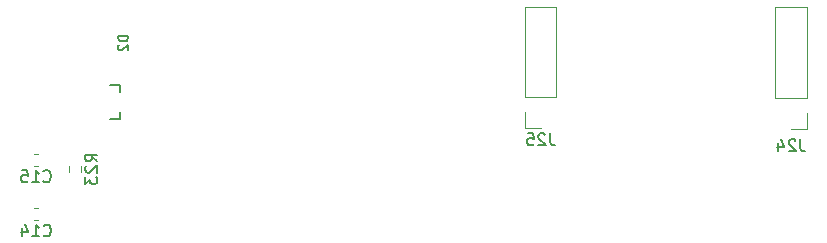
<source format=gbr>
%TF.GenerationSoftware,KiCad,Pcbnew,7.0.9*%
%TF.CreationDate,2023-12-08T00:16:34+01:00*%
%TF.ProjectId,SMPS_V1,534d5053-5f56-4312-9e6b-696361645f70,rev?*%
%TF.SameCoordinates,Original*%
%TF.FileFunction,Legend,Bot*%
%TF.FilePolarity,Positive*%
%FSLAX46Y46*%
G04 Gerber Fmt 4.6, Leading zero omitted, Abs format (unit mm)*
G04 Created by KiCad (PCBNEW 7.0.9) date 2023-12-08 00:16:34*
%MOMM*%
%LPD*%
G01*
G04 APERTURE LIST*
%ADD10C,0.150000*%
%ADD11C,0.120000*%
%ADD12C,0.152400*%
G04 APERTURE END LIST*
D10*
X164173723Y-94455619D02*
X164173723Y-95169904D01*
X164173723Y-95169904D02*
X164221342Y-95312761D01*
X164221342Y-95312761D02*
X164316580Y-95408000D01*
X164316580Y-95408000D02*
X164459437Y-95455619D01*
X164459437Y-95455619D02*
X164554675Y-95455619D01*
X163745151Y-94550857D02*
X163697532Y-94503238D01*
X163697532Y-94503238D02*
X163602294Y-94455619D01*
X163602294Y-94455619D02*
X163364199Y-94455619D01*
X163364199Y-94455619D02*
X163268961Y-94503238D01*
X163268961Y-94503238D02*
X163221342Y-94550857D01*
X163221342Y-94550857D02*
X163173723Y-94646095D01*
X163173723Y-94646095D02*
X163173723Y-94741333D01*
X163173723Y-94741333D02*
X163221342Y-94884190D01*
X163221342Y-94884190D02*
X163792770Y-95455619D01*
X163792770Y-95455619D02*
X163173723Y-95455619D01*
X162268961Y-94455619D02*
X162745151Y-94455619D01*
X162745151Y-94455619D02*
X162792770Y-94931809D01*
X162792770Y-94931809D02*
X162745151Y-94884190D01*
X162745151Y-94884190D02*
X162649913Y-94836571D01*
X162649913Y-94836571D02*
X162411818Y-94836571D01*
X162411818Y-94836571D02*
X162316580Y-94884190D01*
X162316580Y-94884190D02*
X162268961Y-94931809D01*
X162268961Y-94931809D02*
X162221342Y-95027047D01*
X162221342Y-95027047D02*
X162221342Y-95265142D01*
X162221342Y-95265142D02*
X162268961Y-95360380D01*
X162268961Y-95360380D02*
X162316580Y-95408000D01*
X162316580Y-95408000D02*
X162411818Y-95455619D01*
X162411818Y-95455619D02*
X162649913Y-95455619D01*
X162649913Y-95455619D02*
X162745151Y-95408000D01*
X162745151Y-95408000D02*
X162792770Y-95360380D01*
X185363523Y-94956419D02*
X185363523Y-95670704D01*
X185363523Y-95670704D02*
X185411142Y-95813561D01*
X185411142Y-95813561D02*
X185506380Y-95908800D01*
X185506380Y-95908800D02*
X185649237Y-95956419D01*
X185649237Y-95956419D02*
X185744475Y-95956419D01*
X184934951Y-95051657D02*
X184887332Y-95004038D01*
X184887332Y-95004038D02*
X184792094Y-94956419D01*
X184792094Y-94956419D02*
X184553999Y-94956419D01*
X184553999Y-94956419D02*
X184458761Y-95004038D01*
X184458761Y-95004038D02*
X184411142Y-95051657D01*
X184411142Y-95051657D02*
X184363523Y-95146895D01*
X184363523Y-95146895D02*
X184363523Y-95242133D01*
X184363523Y-95242133D02*
X184411142Y-95384990D01*
X184411142Y-95384990D02*
X184982570Y-95956419D01*
X184982570Y-95956419D02*
X184363523Y-95956419D01*
X183506380Y-95289752D02*
X183506380Y-95956419D01*
X183744475Y-94908800D02*
X183982570Y-95623085D01*
X183982570Y-95623085D02*
X183363523Y-95623085D01*
X121291857Y-103068580D02*
X121339476Y-103116200D01*
X121339476Y-103116200D02*
X121482333Y-103163819D01*
X121482333Y-103163819D02*
X121577571Y-103163819D01*
X121577571Y-103163819D02*
X121720428Y-103116200D01*
X121720428Y-103116200D02*
X121815666Y-103020961D01*
X121815666Y-103020961D02*
X121863285Y-102925723D01*
X121863285Y-102925723D02*
X121910904Y-102735247D01*
X121910904Y-102735247D02*
X121910904Y-102592390D01*
X121910904Y-102592390D02*
X121863285Y-102401914D01*
X121863285Y-102401914D02*
X121815666Y-102306676D01*
X121815666Y-102306676D02*
X121720428Y-102211438D01*
X121720428Y-102211438D02*
X121577571Y-102163819D01*
X121577571Y-102163819D02*
X121482333Y-102163819D01*
X121482333Y-102163819D02*
X121339476Y-102211438D01*
X121339476Y-102211438D02*
X121291857Y-102259057D01*
X120339476Y-103163819D02*
X120910904Y-103163819D01*
X120625190Y-103163819D02*
X120625190Y-102163819D01*
X120625190Y-102163819D02*
X120720428Y-102306676D01*
X120720428Y-102306676D02*
X120815666Y-102401914D01*
X120815666Y-102401914D02*
X120910904Y-102449533D01*
X119482333Y-102497152D02*
X119482333Y-103163819D01*
X119720428Y-102116200D02*
X119958523Y-102830485D01*
X119958523Y-102830485D02*
X119339476Y-102830485D01*
X128423818Y-86203834D02*
X127623818Y-86203834D01*
X127623818Y-86203834D02*
X127623818Y-86394310D01*
X127623818Y-86394310D02*
X127661913Y-86508596D01*
X127661913Y-86508596D02*
X127738103Y-86584786D01*
X127738103Y-86584786D02*
X127814294Y-86622881D01*
X127814294Y-86622881D02*
X127966675Y-86660977D01*
X127966675Y-86660977D02*
X128080961Y-86660977D01*
X128080961Y-86660977D02*
X128233342Y-86622881D01*
X128233342Y-86622881D02*
X128309532Y-86584786D01*
X128309532Y-86584786D02*
X128385723Y-86508596D01*
X128385723Y-86508596D02*
X128423818Y-86394310D01*
X128423818Y-86394310D02*
X128423818Y-86203834D01*
X127700008Y-86965738D02*
X127661913Y-87003834D01*
X127661913Y-87003834D02*
X127623818Y-87080024D01*
X127623818Y-87080024D02*
X127623818Y-87270500D01*
X127623818Y-87270500D02*
X127661913Y-87346691D01*
X127661913Y-87346691D02*
X127700008Y-87384786D01*
X127700008Y-87384786D02*
X127776199Y-87422881D01*
X127776199Y-87422881D02*
X127852389Y-87422881D01*
X127852389Y-87422881D02*
X127966675Y-87384786D01*
X127966675Y-87384786D02*
X128423818Y-86927643D01*
X128423818Y-86927643D02*
X128423818Y-87422881D01*
X121278857Y-98483580D02*
X121326476Y-98531200D01*
X121326476Y-98531200D02*
X121469333Y-98578819D01*
X121469333Y-98578819D02*
X121564571Y-98578819D01*
X121564571Y-98578819D02*
X121707428Y-98531200D01*
X121707428Y-98531200D02*
X121802666Y-98435961D01*
X121802666Y-98435961D02*
X121850285Y-98340723D01*
X121850285Y-98340723D02*
X121897904Y-98150247D01*
X121897904Y-98150247D02*
X121897904Y-98007390D01*
X121897904Y-98007390D02*
X121850285Y-97816914D01*
X121850285Y-97816914D02*
X121802666Y-97721676D01*
X121802666Y-97721676D02*
X121707428Y-97626438D01*
X121707428Y-97626438D02*
X121564571Y-97578819D01*
X121564571Y-97578819D02*
X121469333Y-97578819D01*
X121469333Y-97578819D02*
X121326476Y-97626438D01*
X121326476Y-97626438D02*
X121278857Y-97674057D01*
X120326476Y-98578819D02*
X120897904Y-98578819D01*
X120612190Y-98578819D02*
X120612190Y-97578819D01*
X120612190Y-97578819D02*
X120707428Y-97721676D01*
X120707428Y-97721676D02*
X120802666Y-97816914D01*
X120802666Y-97816914D02*
X120897904Y-97864533D01*
X119421714Y-97578819D02*
X119897904Y-97578819D01*
X119897904Y-97578819D02*
X119945523Y-98055009D01*
X119945523Y-98055009D02*
X119897904Y-98007390D01*
X119897904Y-98007390D02*
X119802666Y-97959771D01*
X119802666Y-97959771D02*
X119564571Y-97959771D01*
X119564571Y-97959771D02*
X119469333Y-98007390D01*
X119469333Y-98007390D02*
X119421714Y-98055009D01*
X119421714Y-98055009D02*
X119374095Y-98150247D01*
X119374095Y-98150247D02*
X119374095Y-98388342D01*
X119374095Y-98388342D02*
X119421714Y-98483580D01*
X119421714Y-98483580D02*
X119469333Y-98531200D01*
X119469333Y-98531200D02*
X119564571Y-98578819D01*
X119564571Y-98578819D02*
X119802666Y-98578819D01*
X119802666Y-98578819D02*
X119897904Y-98531200D01*
X119897904Y-98531200D02*
X119945523Y-98483580D01*
X125822819Y-96813142D02*
X125346628Y-96479809D01*
X125822819Y-96241714D02*
X124822819Y-96241714D01*
X124822819Y-96241714D02*
X124822819Y-96622666D01*
X124822819Y-96622666D02*
X124870438Y-96717904D01*
X124870438Y-96717904D02*
X124918057Y-96765523D01*
X124918057Y-96765523D02*
X125013295Y-96813142D01*
X125013295Y-96813142D02*
X125156152Y-96813142D01*
X125156152Y-96813142D02*
X125251390Y-96765523D01*
X125251390Y-96765523D02*
X125299009Y-96717904D01*
X125299009Y-96717904D02*
X125346628Y-96622666D01*
X125346628Y-96622666D02*
X125346628Y-96241714D01*
X124918057Y-97194095D02*
X124870438Y-97241714D01*
X124870438Y-97241714D02*
X124822819Y-97336952D01*
X124822819Y-97336952D02*
X124822819Y-97575047D01*
X124822819Y-97575047D02*
X124870438Y-97670285D01*
X124870438Y-97670285D02*
X124918057Y-97717904D01*
X124918057Y-97717904D02*
X125013295Y-97765523D01*
X125013295Y-97765523D02*
X125108533Y-97765523D01*
X125108533Y-97765523D02*
X125251390Y-97717904D01*
X125251390Y-97717904D02*
X125822819Y-97146476D01*
X125822819Y-97146476D02*
X125822819Y-97765523D01*
X124822819Y-98098857D02*
X124822819Y-98717904D01*
X124822819Y-98717904D02*
X125203771Y-98384571D01*
X125203771Y-98384571D02*
X125203771Y-98527428D01*
X125203771Y-98527428D02*
X125251390Y-98622666D01*
X125251390Y-98622666D02*
X125299009Y-98670285D01*
X125299009Y-98670285D02*
X125394247Y-98717904D01*
X125394247Y-98717904D02*
X125632342Y-98717904D01*
X125632342Y-98717904D02*
X125727580Y-98670285D01*
X125727580Y-98670285D02*
X125775200Y-98622666D01*
X125775200Y-98622666D02*
X125822819Y-98527428D01*
X125822819Y-98527428D02*
X125822819Y-98241714D01*
X125822819Y-98241714D02*
X125775200Y-98146476D01*
X125775200Y-98146476D02*
X125727580Y-98098857D01*
D11*
%TO.C,J25*%
X164694200Y-91400800D02*
X164694200Y-83720800D01*
X162034200Y-92670800D02*
X162034200Y-94000800D01*
X162034200Y-83720800D02*
X164694200Y-83720800D01*
X162034200Y-91400800D02*
X164694200Y-91400800D01*
X162034200Y-94000800D02*
X163364200Y-94000800D01*
X162034200Y-91400800D02*
X162034200Y-83720800D01*
%TO.C,J24*%
X184554000Y-94061600D02*
X185884000Y-94061600D01*
X185884000Y-94061600D02*
X185884000Y-92731600D01*
X183224000Y-91461600D02*
X183224000Y-83781600D01*
X183224000Y-91461600D02*
X185884000Y-91461600D01*
X185884000Y-91461600D02*
X185884000Y-83781600D01*
X183224000Y-83781600D02*
X185884000Y-83781600D01*
%TO.C,C14*%
X120508420Y-100769000D02*
X120789580Y-100769000D01*
X120508420Y-101789000D02*
X120789580Y-101789000D01*
D12*
%TO.C,D2*%
X126917600Y-93224400D02*
X127730400Y-93224400D01*
X127730400Y-93224400D02*
X127730400Y-92665600D01*
X127730400Y-90938400D02*
X127730400Y-90379600D01*
X127730400Y-90379600D02*
X126917600Y-90379600D01*
D11*
%TO.C,C15*%
X120495420Y-96184000D02*
X120776580Y-96184000D01*
X120495420Y-97204000D02*
X120776580Y-97204000D01*
%TO.C,R23*%
X123415500Y-97693258D02*
X123415500Y-97218742D01*
X124460500Y-97693258D02*
X124460500Y-97218742D01*
%TD*%
M02*

</source>
